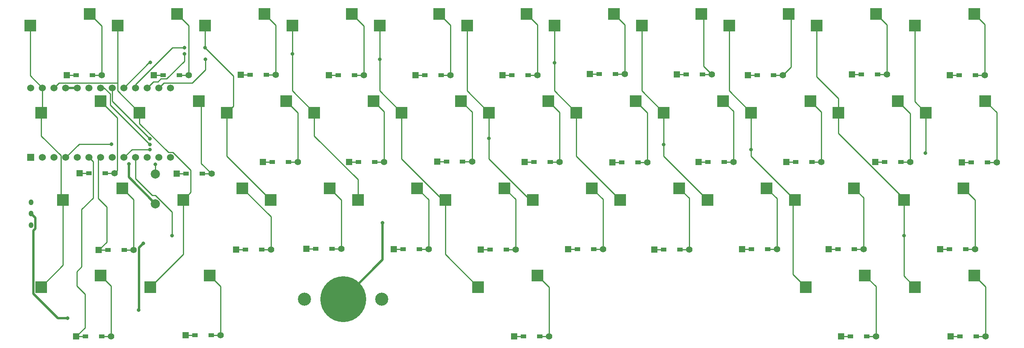
<source format=gbr>
%TF.GenerationSoftware,KiCad,Pcbnew,7.0.8*%
%TF.CreationDate,2024-10-24T11:53:26+09:00*%
%TF.ProjectId,cool337,636f6f6c-3333-4372-9e6b-696361645f70,rev?*%
%TF.SameCoordinates,Original*%
%TF.FileFunction,Copper,L2,Bot*%
%TF.FilePolarity,Positive*%
%FSLAX46Y46*%
G04 Gerber Fmt 4.6, Leading zero omitted, Abs format (unit mm)*
G04 Created by KiCad (PCBNEW 7.0.8) date 2024-10-24 11:53:26*
%MOMM*%
%LPD*%
G01*
G04 APERTURE LIST*
%TA.AperFunction,ComponentPad*%
%ADD10R,1.397000X1.397000*%
%TD*%
%TA.AperFunction,SMDPad,CuDef*%
%ADD11R,1.300000X0.950000*%
%TD*%
%TA.AperFunction,ComponentPad*%
%ADD12C,1.397000*%
%TD*%
%TA.AperFunction,SMDPad,CuDef*%
%ADD13R,2.550000X2.500000*%
%TD*%
%TA.AperFunction,ComponentPad*%
%ADD14C,2.850000*%
%TD*%
%TA.AperFunction,SMDPad,CuDef*%
%ADD15C,10.000000*%
%TD*%
%TA.AperFunction,ComponentPad*%
%ADD16C,2.000000*%
%TD*%
%TA.AperFunction,ComponentPad*%
%ADD17O,1.000000X1.300000*%
%TD*%
%TA.AperFunction,ComponentPad*%
%ADD18C,1.524000*%
%TD*%
%TA.AperFunction,ComponentPad*%
%ADD19R,1.524000X1.524000*%
%TD*%
%TA.AperFunction,ViaPad*%
%ADD20C,0.800000*%
%TD*%
%TA.AperFunction,Conductor*%
%ADD21C,0.250000*%
%TD*%
%TA.AperFunction,Conductor*%
%ADD22C,0.500000*%
%TD*%
G04 APERTURE END LIST*
D10*
%TO.P,D6,1,K*%
%TO.N,row0*%
X95910000Y-8330000D03*
D11*
X97945000Y-8330000D03*
%TO.P,D6,2,A*%
%TO.N,Net-(D6-A)*%
X101495000Y-8330000D03*
D12*
X103530000Y-8330000D03*
%TD*%
D13*
%TO.P,SW35,1,1*%
%TO.N,col4*%
X90546250Y-54610000D03*
%TO.P,SW35,2,2*%
%TO.N,Net-(D35-A)*%
X103473250Y-52070000D03*
%TD*%
%TO.P,SW22,1,1*%
%TO.N,col10*%
X188177500Y-16510000D03*
%TO.P,SW22,2,2*%
%TO.N,Net-(D22-A)*%
X201104500Y-13970000D03*
%TD*%
D10*
%TO.P,D20,1,K*%
%TO.N,row1*%
X157755000Y-27290000D03*
D11*
X159790000Y-27290000D03*
%TO.P,D20,2,A*%
%TO.N,Net-(D20-A)*%
X163340000Y-27290000D03*
D12*
X165375000Y-27290000D03*
%TD*%
D13*
%TO.P,SW13,1,1*%
%TO.N,col1*%
X16727500Y-16510000D03*
%TO.P,SW13,2,2*%
%TO.N,Net-(D13-A)*%
X29654500Y-13970000D03*
%TD*%
%TO.P,SW3,1,1*%
%TO.N,col2*%
X31015000Y2540000D03*
%TO.P,SW3,2,2*%
%TO.N,Net-(D3-A)*%
X43942000Y5080000D03*
%TD*%
%TO.P,SW1,1,1*%
%TO.N,col0*%
X-7085000Y2540000D03*
%TO.P,SW1,2,2*%
%TO.N,Net-(D1-A)*%
X5842000Y5080000D03*
%TD*%
%TO.P,SW19,1,1*%
%TO.N,col7*%
X131027500Y-16510000D03*
%TO.P,SW19,2,2*%
%TO.N,Net-(D19-A)*%
X143954500Y-13970000D03*
%TD*%
D10*
%TO.P,D7,1,K*%
%TO.N,row0*%
X114920000Y-8080000D03*
D11*
X116955000Y-8080000D03*
%TO.P,D7,2,A*%
%TO.N,Net-(D7-A)*%
X120505000Y-8080000D03*
D12*
X122540000Y-8080000D03*
%TD*%
D10*
%TO.P,D31,1,K*%
%TO.N,row2*%
X167010000Y-46320000D03*
D11*
X169045000Y-46320000D03*
%TO.P,D31,2,A*%
%TO.N,Net-(D31-A)*%
X172595000Y-46320000D03*
D12*
X174630000Y-46320000D03*
%TD*%
D14*
%TO.P,BT1,1,+*%
%TO.N,BAT+*%
X69580000Y-57260000D03*
X52680000Y-57260000D03*
D15*
%TO.P,BT1,2,-*%
%TO.N,GND*%
X61130000Y-57260000D03*
%TD*%
D13*
%TO.P,SW10,1,1*%
%TO.N,col9*%
X164365000Y2540000D03*
%TO.P,SW10,2,2*%
%TO.N,Net-(D10-A)*%
X177292000Y5080000D03*
%TD*%
%TO.P,SW26,1,1*%
%TO.N,col3*%
X64352500Y-35560000D03*
%TO.P,SW26,2,2*%
%TO.N,Net-(D26-A)*%
X77279500Y-33020000D03*
%TD*%
%TO.P,SW36,1,1*%
%TO.N,col8*%
X161983750Y-54610000D03*
%TO.P,SW36,2,2*%
%TO.N,Net-(D36-A)*%
X174910750Y-52070000D03*
%TD*%
D10*
%TO.P,D8,1,K*%
%TO.N,row0*%
X133930000Y-8200000D03*
D11*
X135965000Y-8200000D03*
%TO.P,D8,2,A*%
%TO.N,Net-(D8-A)*%
X139515000Y-8200000D03*
D12*
X141550000Y-8200000D03*
%TD*%
D10*
%TO.P,D22,1,K*%
%TO.N,row1*%
X196005000Y-27410000D03*
D11*
X198040000Y-27410000D03*
%TO.P,D22,2,A*%
%TO.N,Net-(D22-A)*%
X201590000Y-27410000D03*
D12*
X203625000Y-27410000D03*
%TD*%
D10*
%TO.P,D34,1,K*%
%TO.N,row3*%
X26825000Y-65170000D03*
D11*
X28860000Y-65170000D03*
%TO.P,D34,2,A*%
%TO.N,Net-(D34-A)*%
X32410000Y-65170000D03*
D12*
X34445000Y-65170000D03*
%TD*%
D10*
%TO.P,D29,1,K*%
%TO.N,row2*%
X129000000Y-46420000D03*
D11*
X131035000Y-46420000D03*
%TO.P,D29,2,A*%
%TO.N,Net-(D29-A)*%
X134585000Y-46420000D03*
D12*
X136620000Y-46420000D03*
%TD*%
D13*
%TO.P,SW11,1,1*%
%TO.N,col10*%
X185796250Y2540000D03*
%TO.P,SW11,2,2*%
%TO.N,Net-(D11-A)*%
X198723250Y5080000D03*
%TD*%
%TO.P,SW29,1,1*%
%TO.N,col6*%
X121502500Y-35560000D03*
%TO.P,SW29,2,2*%
%TO.N,Net-(D29-A)*%
X134429500Y-33020000D03*
%TD*%
D10*
%TO.P,D23,1,K*%
%TO.N,row2*%
X7850000Y-46520000D03*
D11*
X9885000Y-46520000D03*
%TO.P,D23,2,A*%
%TO.N,Net-(D23-A)*%
X13435000Y-46520000D03*
D12*
X15470000Y-46520000D03*
%TD*%
D13*
%TO.P,SW32,1,1*%
%TO.N,col9*%
X183415000Y-35560000D03*
%TO.P,SW32,2,2*%
%TO.N,Net-(D32-A)*%
X196342000Y-33020000D03*
%TD*%
D16*
%TO.P,SW39,1,1*%
%TO.N,Net-(U1-BOOT(RST))*%
X20220000Y-29950000D03*
%TO.P,SW39,2,2*%
%TO.N,GND*%
X20220000Y-36450000D03*
%TD*%
D13*
%TO.P,SW17,1,1*%
%TO.N,col5*%
X92927500Y-16510000D03*
%TO.P,SW17,2,2*%
%TO.N,Net-(D17-A)*%
X105854500Y-13970000D03*
%TD*%
D10*
%TO.P,D24,1,K*%
%TO.N,row2*%
X37810000Y-46460000D03*
D11*
X39845000Y-46460000D03*
%TO.P,D24,2,A*%
%TO.N,Net-(D24-A)*%
X43395000Y-46460000D03*
D12*
X45430000Y-46460000D03*
%TD*%
D13*
%TO.P,SW15,1,1*%
%TO.N,col3*%
X54827500Y-16510000D03*
%TO.P,SW15,2,2*%
%TO.N,Net-(D15-A)*%
X67754500Y-13970000D03*
%TD*%
%TO.P,SW31,1,1*%
%TO.N,col8*%
X159602500Y-35560000D03*
%TO.P,SW31,2,2*%
%TO.N,Net-(D31-A)*%
X172529500Y-33020000D03*
%TD*%
D10*
%TO.P,D32,1,K*%
%TO.N,row2*%
X191275000Y-46390000D03*
D11*
X193310000Y-46390000D03*
%TO.P,D32,2,A*%
%TO.N,Net-(D32-A)*%
X196860000Y-46390000D03*
D12*
X198895000Y-46390000D03*
%TD*%
D13*
%TO.P,SW12,1,1*%
%TO.N,col0*%
X-4703750Y-16510000D03*
%TO.P,SW12,2,2*%
%TO.N,Net-(D12-A)*%
X8223250Y-13970000D03*
%TD*%
D10*
%TO.P,D26,1,K*%
%TO.N,row2*%
X72155000Y-46340000D03*
D11*
X74190000Y-46340000D03*
%TO.P,D26,2,A*%
%TO.N,Net-(D26-A)*%
X77740000Y-46340000D03*
D12*
X79775000Y-46340000D03*
%TD*%
D10*
%TO.P,D15,1,K*%
%TO.N,row1*%
X62425000Y-27330000D03*
D11*
X64460000Y-27330000D03*
%TO.P,D15,2,A*%
%TO.N,Net-(D15-A)*%
X68010000Y-27330000D03*
D12*
X70045000Y-27330000D03*
%TD*%
D13*
%TO.P,SW9,1,1*%
%TO.N,col8*%
X145315000Y2540000D03*
%TO.P,SW9,2,2*%
%TO.N,Net-(D9-A)*%
X158242000Y5080000D03*
%TD*%
D10*
%TO.P,D2,1,K*%
%TO.N,row0*%
X19845000Y-8330000D03*
D11*
X21880000Y-8330000D03*
%TO.P,D2,2,A*%
%TO.N,Net-(D2-A)*%
X25430000Y-8330000D03*
D12*
X27465000Y-8330000D03*
%TD*%
D13*
%TO.P,SW8,1,1*%
%TO.N,col7*%
X126265000Y2540000D03*
%TO.P,SW8,2,2*%
%TO.N,Net-(D8-A)*%
X139192000Y5080000D03*
%TD*%
%TO.P,SW30,1,1*%
%TO.N,col7*%
X140552500Y-35560000D03*
%TO.P,SW30,2,2*%
%TO.N,Net-(D30-A)*%
X153479500Y-33020000D03*
%TD*%
D10*
%TO.P,D12,1,K*%
%TO.N,row1*%
X3660000Y-29750000D03*
D11*
X5695000Y-29750000D03*
%TO.P,D12,2,A*%
%TO.N,Net-(D12-A)*%
X9245000Y-29750000D03*
D12*
X11280000Y-29750000D03*
%TD*%
D13*
%TO.P,SW25,1,1*%
%TO.N,col2*%
X45302500Y-35560000D03*
%TO.P,SW25,2,2*%
%TO.N,Net-(D25-A)*%
X58229500Y-33020000D03*
%TD*%
%TO.P,SW34,1,1*%
%TO.N,col1*%
X19108750Y-54610000D03*
%TO.P,SW34,2,2*%
%TO.N,Net-(D34-A)*%
X32035750Y-52070000D03*
%TD*%
D10*
%TO.P,D36,1,K*%
%TO.N,row3*%
X169740000Y-65420000D03*
D11*
X171775000Y-65420000D03*
%TO.P,D36,2,A*%
%TO.N,Net-(D36-A)*%
X175325000Y-65420000D03*
D12*
X177360000Y-65420000D03*
%TD*%
D17*
%TO.P,SW38,1,1*%
%TO.N,Net-(U1-BAT)*%
X-6910000Y-41100000D03*
%TO.P,SW38,2,2*%
%TO.N,BAT+*%
X-6910000Y-38600000D03*
%TO.P,SW38,3*%
%TO.N,N/C*%
X-6910000Y-36100000D03*
%TD*%
D10*
%TO.P,D25,1,K*%
%TO.N,row2*%
X53150000Y-46280000D03*
D11*
X55185000Y-46280000D03*
%TO.P,D25,2,A*%
%TO.N,Net-(D25-A)*%
X58735000Y-46280000D03*
D12*
X60770000Y-46280000D03*
%TD*%
D13*
%TO.P,SW23,1,1*%
%TO.N,col0*%
X58750Y-35560000D03*
%TO.P,SW23,2,2*%
%TO.N,Net-(D23-A)*%
X12985750Y-33020000D03*
%TD*%
D10*
%TO.P,D3,1,K*%
%TO.N,row0*%
X38800000Y-8240000D03*
D11*
X40835000Y-8240000D03*
%TO.P,D3,2,A*%
%TO.N,Net-(D3-A)*%
X44385000Y-8240000D03*
D12*
X46420000Y-8240000D03*
%TD*%
D10*
%TO.P,D10,1,K*%
%TO.N,row0*%
X172110000Y-8140000D03*
D11*
X174145000Y-8140000D03*
%TO.P,D10,2,A*%
%TO.N,Net-(D10-A)*%
X177695000Y-8140000D03*
D12*
X179730000Y-8140000D03*
%TD*%
D18*
%TO.P,U1,1,PIN1(D3)*%
%TO.N,col0*%
X-4420000Y-11088600D03*
%TO.P,U1,2,PIN2(D2)*%
%TO.N,col1*%
X-1880000Y-11088600D03*
%TO.P,U1,3,GND*%
%TO.N,GND*%
X660000Y-11088600D03*
%TO.P,U1,4,GND*%
X3200000Y-11088600D03*
%TO.P,U1,5,PIN5(D1)*%
%TO.N,row0*%
X5740000Y-11088600D03*
%TO.P,U1,6,PIN6(D0)*%
%TO.N,col7*%
X8280000Y-11088600D03*
%TO.P,U1,7,PIN7(D4)*%
%TO.N,col5*%
X10820000Y-11088600D03*
%TO.P,U1,8,PIN8(C6)*%
%TO.N,col6*%
X13360000Y-11088600D03*
%TO.P,U1,9,PIN9(D7)*%
%TO.N,col2*%
X15900000Y-11088600D03*
%TO.P,U1,10,PIN10(E6)*%
%TO.N,col3*%
X18440000Y-11088600D03*
%TO.P,U1,11,PIN11(B4)*%
%TO.N,col4*%
X20980000Y-11088600D03*
%TO.P,U1,12,PIN12(B5)*%
%TO.N,unconnected-(U1-PIN12(B5)-Pad12)*%
X23520000Y-11088600D03*
%TO.P,U1,13,PIN13(B6)*%
%TO.N,unconnected-(U1-PIN13(B6)-Pad13)*%
X23520000Y-26308600D03*
%TO.P,U1,14,PIN14(B2)*%
%TO.N,unconnected-(U1-PIN14(B2)-Pad14)*%
X20980000Y-26308600D03*
%TO.P,U1,15,PIN15(B3)*%
%TO.N,col10*%
X18440000Y-26308600D03*
%TO.P,U1,16,PIN16(B1)*%
%TO.N,col9*%
X15900000Y-26308600D03*
%TO.P,U1,17,PIN17(F7)*%
%TO.N,col8*%
X13360000Y-26308600D03*
%TO.P,U1,18,PIN18(F6)*%
%TO.N,row1*%
X10820000Y-26308600D03*
%TO.P,U1,19,PIN19(F5)*%
%TO.N,row2*%
X8280000Y-26308600D03*
%TO.P,U1,20,PIN20(F4)*%
%TO.N,row3*%
X5740000Y-26308600D03*
%TO.P,U1,21,+4.3V*%
%TO.N,unconnected-(U1-+4.3V-Pad21)*%
X3200000Y-26308600D03*
%TO.P,U1,22,BOOT(RST)*%
%TO.N,Net-(U1-BOOT(RST))*%
X660000Y-26308600D03*
%TO.P,U1,23,GND*%
%TO.N,GND*%
X-1880000Y-26308600D03*
%TO.P,U1,24,+5V*%
%TO.N,VCC*%
X-4420000Y-26308600D03*
D19*
%TO.P,U1,25,BAT*%
%TO.N,Net-(U1-BAT)*%
X-6960000Y-26308600D03*
D18*
%TO.P,U1,26*%
%TO.N,N/C*%
X-6960000Y-11088600D03*
%TD*%
D10*
%TO.P,D35,1,K*%
%TO.N,row3*%
X98460000Y-65360000D03*
D11*
X100495000Y-65360000D03*
%TO.P,D35,2,A*%
%TO.N,Net-(D35-A)*%
X104045000Y-65360000D03*
D12*
X106080000Y-65360000D03*
%TD*%
D13*
%TO.P,SW4,1,1*%
%TO.N,col3*%
X50065000Y2540000D03*
%TO.P,SW4,2,2*%
%TO.N,Net-(D4-A)*%
X62992000Y5080000D03*
%TD*%
D10*
%TO.P,D5,1,K*%
%TO.N,row0*%
X76910000Y-8360000D03*
D11*
X78945000Y-8360000D03*
%TO.P,D5,2,A*%
%TO.N,Net-(D5-A)*%
X82495000Y-8360000D03*
D12*
X84530000Y-8360000D03*
%TD*%
D10*
%TO.P,D30,1,K*%
%TO.N,row2*%
X148120000Y-46370000D03*
D11*
X150155000Y-46370000D03*
%TO.P,D30,2,A*%
%TO.N,Net-(D30-A)*%
X153705000Y-46370000D03*
D12*
X155740000Y-46370000D03*
%TD*%
D10*
%TO.P,D1,1,K*%
%TO.N,row0*%
X920000Y-8330000D03*
D11*
X2955000Y-8330000D03*
%TO.P,D1,2,A*%
%TO.N,Net-(D1-A)*%
X6505000Y-8330000D03*
D12*
X8540000Y-8330000D03*
%TD*%
D10*
%TO.P,D19,1,K*%
%TO.N,row1*%
X138615000Y-27260000D03*
D11*
X140650000Y-27260000D03*
%TO.P,D19,2,A*%
%TO.N,Net-(D19-A)*%
X144200000Y-27260000D03*
D12*
X146235000Y-27260000D03*
%TD*%
D10*
%TO.P,D18,1,K*%
%TO.N,row1*%
X119835000Y-27350000D03*
D11*
X121870000Y-27350000D03*
%TO.P,D18,2,A*%
%TO.N,Net-(D18-A)*%
X125420000Y-27350000D03*
D12*
X127455000Y-27350000D03*
%TD*%
D10*
%TO.P,D14,1,K*%
%TO.N,row1*%
X43635000Y-27340000D03*
D11*
X45670000Y-27340000D03*
%TO.P,D14,2,A*%
%TO.N,Net-(D14-A)*%
X49220000Y-27340000D03*
D12*
X51255000Y-27340000D03*
%TD*%
D13*
%TO.P,SW2,1,1*%
%TO.N,col1*%
X11965000Y2540000D03*
%TO.P,SW2,2,2*%
%TO.N,Net-(D2-A)*%
X24892000Y5080000D03*
%TD*%
%TO.P,SW21,1,1*%
%TO.N,col9*%
X169127500Y-16510000D03*
%TO.P,SW21,2,2*%
%TO.N,Net-(D21-A)*%
X182054500Y-13970000D03*
%TD*%
D10*
%TO.P,D13,1,K*%
%TO.N,row1*%
X24880000Y-29880000D03*
D11*
X26915000Y-29880000D03*
%TO.P,D13,2,A*%
%TO.N,Net-(D13-A)*%
X30465000Y-29880000D03*
D12*
X32500000Y-29880000D03*
%TD*%
D10*
%TO.P,D37,1,K*%
%TO.N,row3*%
X193555000Y-65370000D03*
D11*
X195590000Y-65370000D03*
%TO.P,D37,2,A*%
%TO.N,Net-(D37-A)*%
X199140000Y-65370000D03*
D12*
X201175000Y-65370000D03*
%TD*%
D10*
%TO.P,D9,1,K*%
%TO.N,row0*%
X149420000Y-8350000D03*
D11*
X151455000Y-8350000D03*
%TO.P,D9,2,A*%
%TO.N,Net-(D9-A)*%
X155005000Y-8350000D03*
D12*
X157040000Y-8350000D03*
%TD*%
D13*
%TO.P,SW37,1,1*%
%TO.N,col9*%
X185796250Y-54610000D03*
%TO.P,SW37,2,2*%
%TO.N,Net-(D37-A)*%
X198723250Y-52070000D03*
%TD*%
D10*
%TO.P,D4,1,K*%
%TO.N,row0*%
X58040000Y-8310000D03*
D11*
X60075000Y-8310000D03*
%TO.P,D4,2,A*%
%TO.N,Net-(D4-A)*%
X63625000Y-8310000D03*
D12*
X65660000Y-8310000D03*
%TD*%
D13*
%TO.P,SW6,1,1*%
%TO.N,col5*%
X88165000Y2540000D03*
%TO.P,SW6,2,2*%
%TO.N,Net-(D6-A)*%
X101092000Y5080000D03*
%TD*%
D10*
%TO.P,D33,1,K*%
%TO.N,row3*%
X2925000Y-65430000D03*
D11*
X4960000Y-65430000D03*
%TO.P,D33,2,A*%
%TO.N,Net-(D33-A)*%
X8510000Y-65430000D03*
D12*
X10545000Y-65430000D03*
%TD*%
D13*
%TO.P,SW20,1,1*%
%TO.N,col8*%
X150077500Y-16510000D03*
%TO.P,SW20,2,2*%
%TO.N,Net-(D20-A)*%
X163004500Y-13970000D03*
%TD*%
%TO.P,SW14,1,1*%
%TO.N,col2*%
X35777500Y-16510000D03*
%TO.P,SW14,2,2*%
%TO.N,Net-(D14-A)*%
X48704500Y-13970000D03*
%TD*%
%TO.P,SW5,1,1*%
%TO.N,col4*%
X69115000Y2540000D03*
%TO.P,SW5,2,2*%
%TO.N,Net-(D5-A)*%
X82042000Y5080000D03*
%TD*%
%TO.P,SW16,1,1*%
%TO.N,col4*%
X73877500Y-16510000D03*
%TO.P,SW16,2,2*%
%TO.N,Net-(D16-A)*%
X86804500Y-13970000D03*
%TD*%
%TO.P,SW18,1,1*%
%TO.N,col6*%
X111977500Y-16510000D03*
%TO.P,SW18,2,2*%
%TO.N,Net-(D18-A)*%
X124904500Y-13970000D03*
%TD*%
D10*
%TO.P,D11,1,K*%
%TO.N,row0*%
X193420000Y-8340000D03*
D11*
X195455000Y-8340000D03*
%TO.P,D11,2,A*%
%TO.N,Net-(D11-A)*%
X199005000Y-8340000D03*
D12*
X201040000Y-8340000D03*
%TD*%
D13*
%TO.P,SW27,1,1*%
%TO.N,col4*%
X83402500Y-35560000D03*
%TO.P,SW27,2,2*%
%TO.N,Net-(D27-A)*%
X96329500Y-33020000D03*
%TD*%
D10*
%TO.P,D17,1,K*%
%TO.N,row1*%
X100705000Y-27320000D03*
D11*
X102740000Y-27320000D03*
%TO.P,D17,2,A*%
%TO.N,Net-(D17-A)*%
X106290000Y-27320000D03*
D12*
X108325000Y-27320000D03*
%TD*%
D10*
%TO.P,D27,1,K*%
%TO.N,row2*%
X91155000Y-46470000D03*
D11*
X93190000Y-46470000D03*
%TO.P,D27,2,A*%
%TO.N,Net-(D27-A)*%
X96740000Y-46470000D03*
D12*
X98775000Y-46470000D03*
%TD*%
D13*
%TO.P,SW28,1,1*%
%TO.N,col5*%
X102452500Y-35560000D03*
%TO.P,SW28,2,2*%
%TO.N,Net-(D28-A)*%
X115379500Y-33020000D03*
%TD*%
%TO.P,SW33,1,1*%
%TO.N,col0*%
X-4703750Y-54610000D03*
%TO.P,SW33,2,2*%
%TO.N,Net-(D33-A)*%
X8223250Y-52070000D03*
%TD*%
D10*
%TO.P,D16,1,K*%
%TO.N,row1*%
X81615000Y-27190000D03*
D11*
X83650000Y-27190000D03*
%TO.P,D16,2,A*%
%TO.N,Net-(D16-A)*%
X87200000Y-27190000D03*
D12*
X89235000Y-27190000D03*
%TD*%
D13*
%TO.P,SW7,1,1*%
%TO.N,col6*%
X107215000Y2540000D03*
%TO.P,SW7,2,2*%
%TO.N,Net-(D7-A)*%
X120142000Y5080000D03*
%TD*%
D10*
%TO.P,D21,1,K*%
%TO.N,row1*%
X177195000Y-27280000D03*
D11*
X179230000Y-27280000D03*
%TO.P,D21,2,A*%
%TO.N,Net-(D21-A)*%
X182780000Y-27280000D03*
D12*
X184815000Y-27280000D03*
%TD*%
D10*
%TO.P,D28,1,K*%
%TO.N,row2*%
X110185000Y-46360000D03*
D11*
X112220000Y-46360000D03*
%TO.P,D28,2,A*%
%TO.N,Net-(D28-A)*%
X115770000Y-46360000D03*
D12*
X117805000Y-46360000D03*
%TD*%
D13*
%TO.P,SW24,1,1*%
%TO.N,col1*%
X26252500Y-35560000D03*
%TO.P,SW24,2,2*%
%TO.N,Net-(D24-A)*%
X39179500Y-33020000D03*
%TD*%
D20*
%TO.N,BAT+*%
X17530000Y-45110000D03*
X16540000Y-59680000D03*
X1090000Y-61430000D03*
%TO.N,GND*%
X14390000Y-27750000D03*
X69740000Y-40570000D03*
%TO.N,col2*%
X26550000Y-2300000D03*
X31015000Y-2311620D03*
%TO.N,col3*%
X26550000Y-3700000D03*
X50065000Y-3640000D03*
%TO.N,col4*%
X69115000Y-4860000D03*
X31080000Y-4870000D03*
%TO.N,col5*%
X18967034Y-22182966D03*
X92927500Y-22170000D03*
%TO.N,col6*%
X107215000Y-5610000D03*
X19050000Y-5580000D03*
%TO.N,col7*%
X131027500Y-23510000D03*
X19000000Y-23520000D03*
%TO.N,col8*%
X150077500Y-24560000D03*
X18980000Y-24590000D03*
%TO.N,col9*%
X183415000Y-43380000D03*
X23850000Y-43390000D03*
%TO.N,col10*%
X188080000Y-25390000D03*
%TO.N,Net-(U1-BOOT(RST))*%
X20210000Y-27800000D03*
X10630000Y-23410000D03*
%TD*%
D21*
%TO.N,col3*%
X18440000Y-11088600D02*
X19774537Y-9754063D01*
X20784063Y-9754063D02*
X21408126Y-9130000D01*
X19774537Y-9754063D02*
X20784063Y-9754063D01*
X21408126Y-9130000D02*
X22680000Y-9130000D01*
X22680000Y-9130000D02*
X26550000Y-5260000D01*
X26550000Y-5260000D02*
X26550000Y-3700000D01*
%TO.N,col4*%
X20980000Y-11088600D02*
X22067000Y-10001600D01*
X22067000Y-10001600D02*
X28268400Y-10001600D01*
X28268400Y-10001600D02*
X31080000Y-7190000D01*
X31080000Y-7190000D02*
X31080000Y-4870000D01*
%TO.N,row3*%
X5740000Y-26308600D02*
X6670000Y-27238600D01*
X6670000Y-27238600D02*
X6670000Y-35144282D01*
X6670000Y-35144282D02*
X4144600Y-37669682D01*
X4840000Y-63515000D02*
X2925000Y-65430000D01*
X4144600Y-37669682D02*
X4144600Y-50195000D01*
X4144600Y-50195000D02*
X3046250Y-51293350D01*
X3046250Y-51293350D02*
X3046250Y-54385532D01*
X3046250Y-54385532D02*
X4840000Y-56179282D01*
X4840000Y-56179282D02*
X4840000Y-63515000D01*
%TO.N,row2*%
X8280000Y-26308600D02*
X7744572Y-26844028D01*
X7744572Y-26844028D02*
X7744572Y-35271354D01*
X7744572Y-35271354D02*
X9568750Y-37095532D01*
X9568750Y-44801250D02*
X7850000Y-46520000D01*
X9568750Y-37095532D02*
X9568750Y-44801250D01*
D22*
%TO.N,BAT+*%
X16618500Y-46021500D02*
X17530000Y-45110000D01*
X16618500Y-59601500D02*
X16618500Y-46021500D01*
X16540000Y-59680000D02*
X16618500Y-59601500D01*
X-6010000Y-39500000D02*
X-6910000Y-38600000D01*
X1090000Y-61430000D02*
X-1045146Y-61430000D01*
X-6428750Y-56046396D02*
X-6428750Y-42288750D01*
X-6428750Y-42288750D02*
X-6010000Y-41870000D01*
X-1045146Y-61430000D02*
X-6428750Y-56046396D01*
X-6010000Y-41870000D02*
X-6010000Y-39500000D01*
%TO.N,GND*%
X14390000Y-30620000D02*
X20220000Y-36450000D01*
X69740000Y-48650000D02*
X61130000Y-57260000D01*
X69740000Y-40570000D02*
X69740000Y-48650000D01*
X660000Y-11088600D02*
X3200000Y-11088600D01*
X14390000Y-27750000D02*
X14390000Y-30620000D01*
D21*
%TO.N,row0*%
X2955000Y-8330000D02*
X920000Y-8330000D01*
X116955000Y-8080000D02*
X114920000Y-8080000D01*
X40835000Y-8240000D02*
X38800000Y-8240000D01*
X151455000Y-8350000D02*
X149420000Y-8350000D01*
X97945000Y-8330000D02*
X95910000Y-8330000D01*
X135965000Y-8200000D02*
X133930000Y-8200000D01*
X172110000Y-8140000D02*
X174145000Y-8140000D01*
X21880000Y-8330000D02*
X19845000Y-8330000D01*
X193420000Y-8340000D02*
X195455000Y-8340000D01*
X78945000Y-8360000D02*
X76910000Y-8360000D01*
X60075000Y-8310000D02*
X58040000Y-8310000D01*
%TO.N,Net-(D1-A)*%
X8540000Y2382000D02*
X8540000Y-8330000D01*
X5842000Y5080000D02*
X8540000Y2382000D01*
X8540000Y-8330000D02*
X6505000Y-8330000D01*
%TO.N,Net-(D2-A)*%
X27465000Y-8330000D02*
X25430000Y-8330000D01*
X24892000Y5080000D02*
X27465000Y2507000D01*
X27465000Y2507000D02*
X27465000Y-8330000D01*
%TO.N,Net-(D3-A)*%
X43942000Y5080000D02*
X46420000Y2602000D01*
X46420000Y2602000D02*
X46420000Y-8240000D01*
X46420000Y-8240000D02*
X44385000Y-8240000D01*
%TO.N,Net-(D4-A)*%
X65660000Y-8310000D02*
X63625000Y-8310000D01*
X62992000Y5080000D02*
X65660000Y2412000D01*
X65660000Y2412000D02*
X65660000Y-8310000D01*
%TO.N,Net-(D5-A)*%
X82042000Y5080000D02*
X84530000Y2592000D01*
X84530000Y-8360000D02*
X82495000Y-8360000D01*
X84530000Y2592000D02*
X84530000Y-8360000D01*
%TO.N,Net-(D6-A)*%
X103530000Y2642000D02*
X103530000Y-8330000D01*
X101092000Y5080000D02*
X103530000Y2642000D01*
X103530000Y-8330000D02*
X101495000Y-8330000D01*
%TO.N,Net-(D7-A)*%
X122540000Y-8080000D02*
X120505000Y-8080000D01*
X122540000Y2682000D02*
X122540000Y-8080000D01*
X120142000Y5080000D02*
X122540000Y2682000D01*
%TO.N,Net-(D8-A)*%
X139755000Y4517000D02*
X139755000Y-6405000D01*
X139192000Y5080000D02*
X139755000Y4517000D01*
X141550000Y-8200000D02*
X139515000Y-8200000D01*
X139755000Y-6405000D02*
X141550000Y-8200000D01*
%TO.N,Net-(D9-A)*%
X157040000Y-8350000D02*
X155005000Y-8350000D01*
X158805000Y4517000D02*
X158805000Y-6585000D01*
X158242000Y5080000D02*
X158805000Y4517000D01*
X158805000Y-6585000D02*
X157040000Y-8350000D01*
%TO.N,Net-(D10-A)*%
X177292000Y5080000D02*
X179730000Y2642000D01*
X179730000Y2642000D02*
X179730000Y-8140000D01*
X179730000Y-8140000D02*
X177695000Y-8140000D01*
%TO.N,Net-(D11-A)*%
X201040000Y-8340000D02*
X199005000Y-8340000D01*
X198723250Y5080000D02*
X201040000Y2763250D01*
X201040000Y2763250D02*
X201040000Y-8340000D01*
%TO.N,row1*%
X64460000Y-27330000D02*
X62425000Y-27330000D01*
X5695000Y-29750000D02*
X3660000Y-29750000D01*
X26915000Y-29880000D02*
X24880000Y-29880000D01*
X140650000Y-27260000D02*
X138615000Y-27260000D01*
X159790000Y-27290000D02*
X157755000Y-27290000D01*
X102740000Y-27320000D02*
X100705000Y-27320000D01*
X45670000Y-27340000D02*
X43635000Y-27340000D01*
X83650000Y-27190000D02*
X81615000Y-27190000D01*
X179230000Y-27280000D02*
X177195000Y-27280000D01*
X121870000Y-27350000D02*
X119835000Y-27350000D01*
X198040000Y-27410000D02*
X196005000Y-27410000D01*
%TO.N,Net-(D12-A)*%
X8223250Y-13970000D02*
X11907000Y-17653750D01*
X11280000Y-29750000D02*
X9245000Y-29750000D01*
X11907000Y-17653750D02*
X11907000Y-29123000D01*
X11907000Y-29123000D02*
X11280000Y-29750000D01*
%TO.N,Net-(D13-A)*%
X30217500Y-14533000D02*
X30217500Y-27597500D01*
X30217500Y-27597500D02*
X32500000Y-29880000D01*
X29654500Y-13970000D02*
X30217500Y-14533000D01*
X32500000Y-29880000D02*
X30465000Y-29880000D01*
%TO.N,Net-(D14-A)*%
X48704500Y-13970000D02*
X51255000Y-16520500D01*
X51255000Y-27340000D02*
X49220000Y-27340000D01*
X51255000Y-16520500D02*
X51255000Y-27340000D01*
%TO.N,Net-(D15-A)*%
X67754500Y-13970000D02*
X70045000Y-16260500D01*
X70045000Y-16260500D02*
X70045000Y-27330000D01*
X70045000Y-27330000D02*
X68010000Y-27330000D01*
%TO.N,Net-(D16-A)*%
X89235000Y-16400500D02*
X89235000Y-27190000D01*
X89235000Y-27190000D02*
X87200000Y-27190000D01*
X86804500Y-13970000D02*
X89235000Y-16400500D01*
%TO.N,Net-(D17-A)*%
X108325000Y-27320000D02*
X106290000Y-27320000D01*
X108325000Y-16440500D02*
X108325000Y-27320000D01*
X105854500Y-13970000D02*
X108325000Y-16440500D01*
%TO.N,Net-(D18-A)*%
X124904500Y-13970000D02*
X127455000Y-16520500D01*
X127455000Y-27350000D02*
X125420000Y-27350000D01*
X127455000Y-16520500D02*
X127455000Y-27350000D01*
%TO.N,Net-(D19-A)*%
X146235000Y-27260000D02*
X144200000Y-27260000D01*
X143954500Y-13970000D02*
X146235000Y-16250500D01*
X146235000Y-16250500D02*
X146235000Y-27260000D01*
%TO.N,Net-(D20-A)*%
X163004500Y-13970000D02*
X165375000Y-16340500D01*
X165375000Y-16340500D02*
X165375000Y-27290000D01*
X165375000Y-27290000D02*
X163340000Y-27290000D01*
%TO.N,Net-(D21-A)*%
X182054500Y-13970000D02*
X184815000Y-16730500D01*
X184815000Y-16730500D02*
X184815000Y-27280000D01*
X184815000Y-27280000D02*
X182780000Y-27280000D01*
%TO.N,Net-(D22-A)*%
X201104500Y-13970000D02*
X203625000Y-16490500D01*
X203625000Y-16490500D02*
X203625000Y-27410000D01*
X203625000Y-27410000D02*
X201590000Y-27410000D01*
%TO.N,row2*%
X193310000Y-46390000D02*
X191275000Y-46390000D01*
X150155000Y-46370000D02*
X148120000Y-46370000D01*
X169045000Y-46320000D02*
X167010000Y-46320000D01*
X9885000Y-46520000D02*
X7850000Y-46520000D01*
X39845000Y-46460000D02*
X37810000Y-46460000D01*
X131035000Y-46420000D02*
X129000000Y-46420000D01*
X55185000Y-46280000D02*
X53150000Y-46280000D01*
X93190000Y-46470000D02*
X91155000Y-46470000D01*
X112220000Y-46360000D02*
X110185000Y-46360000D01*
X74190000Y-46340000D02*
X72155000Y-46340000D01*
%TO.N,Net-(D23-A)*%
X15470000Y-35504250D02*
X15470000Y-46520000D01*
X12985750Y-33020000D02*
X15470000Y-35504250D01*
X15470000Y-46520000D02*
X13435000Y-46520000D01*
%TO.N,Net-(D24-A)*%
X45430000Y-46460000D02*
X43395000Y-46460000D01*
X45430000Y-39270500D02*
X45430000Y-46460000D01*
X39179500Y-33020000D02*
X45430000Y-39270500D01*
%TO.N,Net-(D25-A)*%
X60770000Y-35560500D02*
X60770000Y-46280000D01*
X58229500Y-33020000D02*
X60770000Y-35560500D01*
X60770000Y-46280000D02*
X58735000Y-46280000D01*
%TO.N,Net-(D26-A)*%
X79775000Y-35515500D02*
X79775000Y-46340000D01*
X77279500Y-33020000D02*
X79775000Y-35515500D01*
X79775000Y-46340000D02*
X77740000Y-46340000D01*
%TO.N,Net-(D27-A)*%
X96329500Y-33020000D02*
X98775000Y-35465500D01*
X98775000Y-46470000D02*
X96740000Y-46470000D01*
X98775000Y-35465500D02*
X98775000Y-46470000D01*
%TO.N,Net-(D28-A)*%
X115379500Y-33020000D02*
X117805000Y-35445500D01*
X117805000Y-46360000D02*
X115770000Y-46360000D01*
X117805000Y-35445500D02*
X117805000Y-46360000D01*
%TO.N,Net-(D29-A)*%
X136620000Y-35210500D02*
X136620000Y-46420000D01*
X136620000Y-46420000D02*
X134585000Y-46420000D01*
X134429500Y-33020000D02*
X136620000Y-35210500D01*
%TO.N,Net-(D30-A)*%
X155740000Y-35280500D02*
X155740000Y-46370000D01*
X153479500Y-33020000D02*
X155740000Y-35280500D01*
X155740000Y-46370000D02*
X153705000Y-46370000D01*
%TO.N,Net-(D31-A)*%
X172529500Y-33020000D02*
X174630000Y-35120500D01*
X174630000Y-46320000D02*
X172595000Y-46320000D01*
X174630000Y-35120500D02*
X174630000Y-46320000D01*
%TO.N,Net-(D32-A)*%
X196342000Y-33020000D02*
X198895000Y-35573000D01*
X198895000Y-35573000D02*
X198895000Y-46390000D01*
X198895000Y-46390000D02*
X196860000Y-46390000D01*
%TO.N,row3*%
X171775000Y-65420000D02*
X169740000Y-65420000D01*
X28860000Y-65170000D02*
X26825000Y-65170000D01*
X4960000Y-65430000D02*
X2925000Y-65430000D01*
X100495000Y-65360000D02*
X98460000Y-65360000D01*
X195590000Y-65370000D02*
X193555000Y-65370000D01*
%TO.N,Net-(D33-A)*%
X10545000Y-54391750D02*
X10545000Y-65430000D01*
X8223250Y-52070000D02*
X10545000Y-54391750D01*
X10545000Y-65430000D02*
X8510000Y-65430000D01*
%TO.N,Net-(D34-A)*%
X34445000Y-54479250D02*
X34445000Y-65170000D01*
X34445000Y-65170000D02*
X32410000Y-65170000D01*
X32035750Y-52070000D02*
X34445000Y-54479250D01*
%TO.N,Net-(D35-A)*%
X106080000Y-65360000D02*
X104045000Y-65360000D01*
X106080000Y-54676750D02*
X106080000Y-65360000D01*
X103473250Y-52070000D02*
X106080000Y-54676750D01*
%TO.N,Net-(D36-A)*%
X177360000Y-54519250D02*
X177360000Y-65420000D01*
X177360000Y-65420000D02*
X175325000Y-65420000D01*
X174910750Y-52070000D02*
X177360000Y-54519250D01*
%TO.N,Net-(D37-A)*%
X201175000Y-54521750D02*
X201175000Y-65370000D01*
X201175000Y-65370000D02*
X199140000Y-65370000D01*
X198723250Y-52070000D02*
X201175000Y-54521750D01*
%TO.N,col0*%
X-7085000Y-8423600D02*
X-4420000Y-11088600D01*
X58750Y-49847500D02*
X-4703750Y-54610000D01*
X-4703750Y-21626250D02*
X-427000Y-25903000D01*
X-4703750Y-16510000D02*
X-4703750Y-21626250D01*
X-427000Y-35074250D02*
X58750Y-35560000D01*
X-4420000Y-16226250D02*
X-4703750Y-16510000D01*
X58750Y-35560000D02*
X58750Y-49847500D01*
X-4420000Y-11088600D02*
X-4420000Y-16226250D01*
X-427000Y-25903000D02*
X-427000Y-35074250D01*
X-7085000Y2540000D02*
X-7085000Y-8423600D01*
%TO.N,col1*%
X26252500Y-35560000D02*
X26252500Y-47466250D01*
X11965000Y-10010000D02*
X11965000Y-11747500D01*
X26252500Y-47466250D02*
X19108750Y-54610000D01*
X27890000Y-29080000D02*
X27890000Y-33922500D01*
X-1880000Y-11088600D02*
X-793000Y-10001600D01*
X-793000Y-10001600D02*
X11956600Y-10001600D01*
X16727500Y-18918833D02*
X23030267Y-25221600D01*
X11965000Y-11747500D02*
X16727500Y-16510000D01*
X11956600Y-10001600D02*
X11965000Y-10010000D01*
X27890000Y-33922500D02*
X26252500Y-35560000D01*
X24031600Y-25221600D02*
X27890000Y-29080000D01*
X23030267Y-25221600D02*
X24031600Y-25221600D01*
X16727500Y-16510000D02*
X16727500Y-18918833D01*
X11965000Y2540000D02*
X11965000Y-10010000D01*
%TO.N,col2*%
X35777500Y-16510000D02*
X35777500Y-26035000D01*
X15900000Y-11088600D02*
X15900000Y-10326600D01*
X35777500Y-26035000D02*
X45302500Y-35560000D01*
X15900000Y-10326600D02*
X23926600Y-2300000D01*
X31015000Y2540000D02*
X31015000Y-2311620D01*
X23926600Y-2300000D02*
X26550000Y-2300000D01*
X31015000Y-2311620D02*
X37177500Y-8474120D01*
X37177500Y-15110000D02*
X35777500Y-16510000D01*
X37177500Y-8474120D02*
X37177500Y-15110000D01*
%TO.N,col3*%
X50065000Y-3640000D02*
X50065000Y-11747500D01*
X64352500Y-31114120D02*
X64352500Y-35560000D01*
X50065000Y2540000D02*
X50065000Y-3640000D01*
X54827500Y-16510000D02*
X54827500Y-21589120D01*
X50065000Y-11747500D02*
X54827500Y-16510000D01*
X54827500Y-21589120D02*
X64352500Y-31114120D01*
%TO.N,col4*%
X69115000Y-11747500D02*
X73877500Y-16510000D01*
X82804120Y-35560000D02*
X83402500Y-35560000D01*
X69115000Y-4860000D02*
X69115000Y-11747500D01*
X73877500Y-26633380D02*
X82804120Y-35560000D01*
X73877500Y-16510000D02*
X73877500Y-26633380D01*
X69115000Y2540000D02*
X69115000Y-4860000D01*
X83402500Y-47466250D02*
X90546250Y-54610000D01*
X83402500Y-35560000D02*
X83402500Y-47466250D01*
%TO.N,col5*%
X88165000Y2540000D02*
X88165000Y-11747500D01*
X92927500Y-22170000D02*
X92927500Y-26633380D01*
X10820000Y-11088600D02*
X10820000Y-14035932D01*
X92927500Y-16510000D02*
X92927500Y-22170000D01*
X101854120Y-35560000D02*
X102452500Y-35560000D01*
X10820000Y-14035932D02*
X18967034Y-22182966D01*
X92927500Y-26633380D02*
X101854120Y-35560000D01*
X88165000Y-11747500D02*
X92927500Y-16510000D01*
%TO.N,col6*%
X107215000Y-11747500D02*
X111977500Y-16510000D01*
X111977500Y-16510000D02*
X111977500Y-26035000D01*
X18868600Y-5580000D02*
X19050000Y-5580000D01*
X107215000Y2540000D02*
X107215000Y-5610000D01*
X13360000Y-11088600D02*
X18868600Y-5580000D01*
X107215000Y-5610000D02*
X107215000Y-11747500D01*
X111977500Y-26035000D02*
X121502500Y-35560000D01*
%TO.N,col7*%
X131027500Y-16510000D02*
X131027500Y-23510000D01*
X126265000Y2540000D02*
X126265000Y-11747500D01*
X126265000Y-11747500D02*
X131027500Y-16510000D01*
X131027500Y-26035000D02*
X140552500Y-35560000D01*
X131027500Y-23510000D02*
X131027500Y-26035000D01*
X9042000Y-11088600D02*
X10370000Y-12416600D01*
X8280000Y-11088600D02*
X9042000Y-11088600D01*
X10370000Y-12416600D02*
X10370000Y-14890000D01*
X10370000Y-14890000D02*
X19000000Y-23520000D01*
%TO.N,col8*%
X150077500Y-16510000D02*
X150077500Y-24560000D01*
X159602500Y-35560000D02*
X159242467Y-35920033D01*
X159242467Y-35920033D02*
X159242467Y-51868717D01*
X150077500Y-24560000D02*
X150077500Y-26035000D01*
X150077500Y-26035000D02*
X159602500Y-35560000D01*
X13360000Y-26308600D02*
X15078600Y-24590000D01*
X145315000Y2540000D02*
X145315000Y-11747500D01*
X145315000Y-11747500D02*
X150077500Y-16510000D01*
X159242467Y-51868717D02*
X161983750Y-54610000D01*
X15078600Y-24590000D02*
X18980000Y-24590000D01*
%TO.N,col9*%
X183415000Y-43380000D02*
X183415000Y-52228750D01*
X19520000Y-34550000D02*
X20193834Y-34550000D01*
X169127500Y-16510000D02*
X169127500Y-21069120D01*
X169127500Y-21069120D02*
X183415000Y-35356620D01*
X15900000Y-30930000D02*
X19520000Y-34550000D01*
X183415000Y-52228750D02*
X185796250Y-54610000D01*
X15900000Y-26308600D02*
X15900000Y-30930000D01*
X20193834Y-34550000D02*
X23850000Y-38206166D01*
X164365000Y-8644028D02*
X169127500Y-13406528D01*
X183415000Y-35560000D02*
X183415000Y-43380000D01*
X169127500Y-13406528D02*
X169127500Y-16510000D01*
X183415000Y-35356620D02*
X183415000Y-35560000D01*
X23850000Y-38206166D02*
X23850000Y-43390000D01*
X164365000Y2540000D02*
X164365000Y-8644028D01*
%TO.N,col10*%
X188080000Y-25390000D02*
X188177500Y-25292500D01*
X185796250Y2540000D02*
X185796250Y-14128750D01*
X188177500Y-25292500D02*
X188177500Y-16510000D01*
X185796250Y-14128750D02*
X188177500Y-16510000D01*
%TO.N,Net-(U1-BOOT(RST))*%
X3558600Y-23410000D02*
X10630000Y-23410000D01*
X660000Y-26308600D02*
X3558600Y-23410000D01*
X20210000Y-27800000D02*
X20210000Y-29940000D01*
X20210000Y-29940000D02*
X20220000Y-29950000D01*
%TD*%
M02*

</source>
